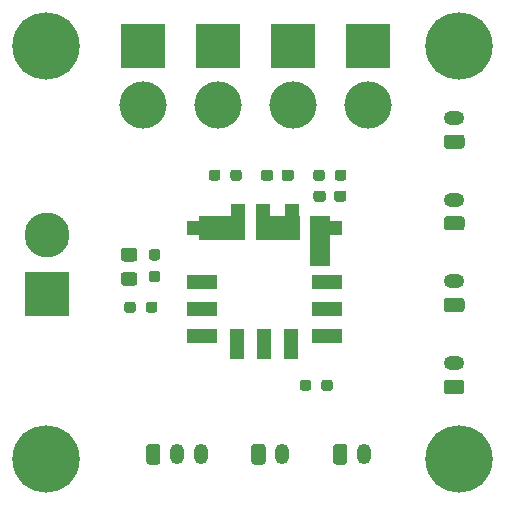
<source format=gts>
%TF.GenerationSoftware,KiCad,Pcbnew,(5.1.9)-1*%
%TF.CreationDate,2021-06-05T23:50:19+09:00*%
%TF.ProjectId,universal_power_board,756e6976-6572-4736-916c-5f706f776572,rev?*%
%TF.SameCoordinates,Original*%
%TF.FileFunction,Soldermask,Top*%
%TF.FilePolarity,Negative*%
%FSLAX46Y46*%
G04 Gerber Fmt 4.6, Leading zero omitted, Abs format (unit mm)*
G04 Created by KiCad (PCBNEW (5.1.9)-1) date 2021-06-05 23:50:19*
%MOMM*%
%LPD*%
G01*
G04 APERTURE LIST*
%ADD10C,5.700000*%
%ADD11R,1.270000X2.159000*%
%ADD12R,2.159000X1.270000*%
%ADD13R,1.270000X2.659000*%
%ADD14R,2.659000X1.270000*%
%ADD15R,1.730000X4.320000*%
%ADD16R,3.720000X2.030000*%
%ADD17R,4.020000X2.030000*%
%ADD18C,4.000000*%
%ADD19R,3.800000X3.800000*%
%ADD20O,1.200000X1.750000*%
%ADD21O,1.750000X1.200000*%
%ADD22C,3.800000*%
G04 APERTURE END LIST*
D10*
%TO.C,H3*%
X96445001Y-56615001D03*
%TD*%
D11*
%TO.C,U1*%
X117338670Y-71005300D03*
X114870670Y-71005300D03*
D12*
X120519000Y-72005000D03*
D11*
X112759058Y-71005300D03*
D12*
X109388560Y-72005000D03*
D13*
X117245130Y-81889410D03*
D14*
X120269000Y-78863000D03*
X109638560Y-78863000D03*
X109638560Y-81153000D03*
D13*
X112675130Y-81889410D03*
X114965130Y-81889410D03*
D14*
X120269000Y-81153000D03*
X120269000Y-76573000D03*
D15*
X119685130Y-73143000D03*
D16*
X116105130Y-72003000D03*
D17*
X111375130Y-72003000D03*
D14*
X109638560Y-76573000D03*
%TD*%
%TO.C,R5*%
G36*
G01*
X111231500Y-67326500D02*
X111231500Y-67801500D01*
G75*
G02*
X110994000Y-68039000I-237500J0D01*
G01*
X110494000Y-68039000D01*
G75*
G02*
X110256500Y-67801500I0J237500D01*
G01*
X110256500Y-67326500D01*
G75*
G02*
X110494000Y-67089000I237500J0D01*
G01*
X110994000Y-67089000D01*
G75*
G02*
X111231500Y-67326500I0J-237500D01*
G01*
G37*
G36*
G01*
X113056500Y-67326500D02*
X113056500Y-67801500D01*
G75*
G02*
X112819000Y-68039000I-237500J0D01*
G01*
X112319000Y-68039000D01*
G75*
G02*
X112081500Y-67801500I0J237500D01*
G01*
X112081500Y-67326500D01*
G75*
G02*
X112319000Y-67089000I237500J0D01*
G01*
X112819000Y-67089000D01*
G75*
G02*
X113056500Y-67326500I0J-237500D01*
G01*
G37*
%TD*%
%TO.C,R4*%
G36*
G01*
X118931500Y-85106500D02*
X118931500Y-85581500D01*
G75*
G02*
X118694000Y-85819000I-237500J0D01*
G01*
X118194000Y-85819000D01*
G75*
G02*
X117956500Y-85581500I0J237500D01*
G01*
X117956500Y-85106500D01*
G75*
G02*
X118194000Y-84869000I237500J0D01*
G01*
X118694000Y-84869000D01*
G75*
G02*
X118931500Y-85106500I0J-237500D01*
G01*
G37*
G36*
G01*
X120756500Y-85106500D02*
X120756500Y-85581500D01*
G75*
G02*
X120519000Y-85819000I-237500J0D01*
G01*
X120019000Y-85819000D01*
G75*
G02*
X119781500Y-85581500I0J237500D01*
G01*
X119781500Y-85106500D01*
G75*
G02*
X120019000Y-84869000I237500J0D01*
G01*
X120519000Y-84869000D01*
G75*
G02*
X120756500Y-85106500I0J-237500D01*
G01*
G37*
%TD*%
%TO.C,R3*%
G36*
G01*
X120924500Y-67801500D02*
X120924500Y-67326500D01*
G75*
G02*
X121162000Y-67089000I237500J0D01*
G01*
X121662000Y-67089000D01*
G75*
G02*
X121899500Y-67326500I0J-237500D01*
G01*
X121899500Y-67801500D01*
G75*
G02*
X121662000Y-68039000I-237500J0D01*
G01*
X121162000Y-68039000D01*
G75*
G02*
X120924500Y-67801500I0J237500D01*
G01*
G37*
G36*
G01*
X119099500Y-67801500D02*
X119099500Y-67326500D01*
G75*
G02*
X119337000Y-67089000I237500J0D01*
G01*
X119837000Y-67089000D01*
G75*
G02*
X120074500Y-67326500I0J-237500D01*
G01*
X120074500Y-67801500D01*
G75*
G02*
X119837000Y-68039000I-237500J0D01*
G01*
X119337000Y-68039000D01*
G75*
G02*
X119099500Y-67801500I0J237500D01*
G01*
G37*
%TD*%
%TO.C,R2*%
G36*
G01*
X105897500Y-78502500D02*
X105897500Y-78977500D01*
G75*
G02*
X105660000Y-79215000I-237500J0D01*
G01*
X105160000Y-79215000D01*
G75*
G02*
X104922500Y-78977500I0J237500D01*
G01*
X104922500Y-78502500D01*
G75*
G02*
X105160000Y-78265000I237500J0D01*
G01*
X105660000Y-78265000D01*
G75*
G02*
X105897500Y-78502500I0J-237500D01*
G01*
G37*
G36*
G01*
X104072500Y-78502500D02*
X104072500Y-78977500D01*
G75*
G02*
X103835000Y-79215000I-237500J0D01*
G01*
X103335000Y-79215000D01*
G75*
G02*
X103097500Y-78977500I0J237500D01*
G01*
X103097500Y-78502500D01*
G75*
G02*
X103335000Y-78265000I237500J0D01*
G01*
X103835000Y-78265000D01*
G75*
G02*
X104072500Y-78502500I0J-237500D01*
G01*
G37*
%TD*%
%TO.C,R1*%
G36*
G01*
X105426500Y-73807500D02*
X105901500Y-73807500D01*
G75*
G02*
X106139000Y-74045000I0J-237500D01*
G01*
X106139000Y-74545000D01*
G75*
G02*
X105901500Y-74782500I-237500J0D01*
G01*
X105426500Y-74782500D01*
G75*
G02*
X105189000Y-74545000I0J237500D01*
G01*
X105189000Y-74045000D01*
G75*
G02*
X105426500Y-73807500I237500J0D01*
G01*
G37*
G36*
G01*
X105426500Y-75632500D02*
X105901500Y-75632500D01*
G75*
G02*
X106139000Y-75870000I0J-237500D01*
G01*
X106139000Y-76370000D01*
G75*
G02*
X105901500Y-76607500I-237500J0D01*
G01*
X105426500Y-76607500D01*
G75*
G02*
X105189000Y-76370000I0J237500D01*
G01*
X105189000Y-75870000D01*
G75*
G02*
X105426500Y-75632500I237500J0D01*
G01*
G37*
%TD*%
D18*
%TO.C,J12*%
X123705000Y-61642000D03*
D19*
X123705000Y-56642000D03*
%TD*%
D18*
%TO.C,J11*%
X117355000Y-61642000D03*
D19*
X117355000Y-56642000D03*
%TD*%
D20*
%TO.C,J10*%
X123376440Y-91191080D03*
G36*
G01*
X120776440Y-91816081D02*
X120776440Y-90566079D01*
G75*
G02*
X121026439Y-90316080I249999J0D01*
G01*
X121726441Y-90316080D01*
G75*
G02*
X121976440Y-90566079I0J-249999D01*
G01*
X121976440Y-91816081D01*
G75*
G02*
X121726441Y-92066080I-249999J0D01*
G01*
X121026439Y-92066080D01*
G75*
G02*
X120776440Y-91816081I0J249999D01*
G01*
G37*
%TD*%
%TO.C,J9*%
X116457480Y-91180920D03*
G36*
G01*
X113857480Y-91805921D02*
X113857480Y-90555919D01*
G75*
G02*
X114107479Y-90305920I249999J0D01*
G01*
X114807481Y-90305920D01*
G75*
G02*
X115057480Y-90555919I0J-249999D01*
G01*
X115057480Y-91805921D01*
G75*
G02*
X114807481Y-92055920I-249999J0D01*
G01*
X114107479Y-92055920D01*
G75*
G02*
X113857480Y-91805921I0J249999D01*
G01*
G37*
%TD*%
D21*
%TO.C,J8*%
X131028440Y-83488780D03*
G36*
G01*
X131653441Y-86088780D02*
X130403439Y-86088780D01*
G75*
G02*
X130153440Y-85838781I0J249999D01*
G01*
X130153440Y-85138779D01*
G75*
G02*
X130403439Y-84888780I249999J0D01*
G01*
X131653441Y-84888780D01*
G75*
G02*
X131903440Y-85138779I0J-249999D01*
G01*
X131903440Y-85838781D01*
G75*
G02*
X131653441Y-86088780I-249999J0D01*
G01*
G37*
%TD*%
%TO.C,J7*%
X131038600Y-76549500D03*
G36*
G01*
X131663601Y-79149500D02*
X130413599Y-79149500D01*
G75*
G02*
X130163600Y-78899501I0J249999D01*
G01*
X130163600Y-78199499D01*
G75*
G02*
X130413599Y-77949500I249999J0D01*
G01*
X131663601Y-77949500D01*
G75*
G02*
X131913600Y-78199499I0J-249999D01*
G01*
X131913600Y-78899501D01*
G75*
G02*
X131663601Y-79149500I-249999J0D01*
G01*
G37*
%TD*%
D18*
%TO.C,J6*%
X111005000Y-61642000D03*
D19*
X111005000Y-56642000D03*
%TD*%
D21*
%TO.C,J5*%
X131030980Y-69633080D03*
G36*
G01*
X131655981Y-72233080D02*
X130405979Y-72233080D01*
G75*
G02*
X130155980Y-71983081I0J249999D01*
G01*
X130155980Y-71283079D01*
G75*
G02*
X130405979Y-71033080I249999J0D01*
G01*
X131655981Y-71033080D01*
G75*
G02*
X131905980Y-71283079I0J-249999D01*
G01*
X131905980Y-71983081D01*
G75*
G02*
X131655981Y-72233080I-249999J0D01*
G01*
G37*
%TD*%
%TO.C,J4*%
X131030980Y-62721740D03*
G36*
G01*
X131655981Y-65321740D02*
X130405979Y-65321740D01*
G75*
G02*
X130155980Y-65071741I0J249999D01*
G01*
X130155980Y-64371739D01*
G75*
G02*
X130405979Y-64121740I249999J0D01*
G01*
X131655981Y-64121740D01*
G75*
G02*
X131905980Y-64371739I0J-249999D01*
G01*
X131905980Y-65071741D01*
G75*
G02*
X131655981Y-65321740I-249999J0D01*
G01*
G37*
%TD*%
D18*
%TO.C,J3*%
X104648000Y-61642000D03*
D19*
X104648000Y-56642000D03*
%TD*%
D22*
%TO.C,J2*%
X96520000Y-72644000D03*
D19*
X96520000Y-77644000D03*
%TD*%
D20*
%TO.C,J1*%
X109564940Y-91180920D03*
X107564940Y-91180920D03*
G36*
G01*
X104964940Y-91805921D02*
X104964940Y-90555919D01*
G75*
G02*
X105214939Y-90305920I249999J0D01*
G01*
X105914941Y-90305920D01*
G75*
G02*
X106164940Y-90555919I0J-249999D01*
G01*
X106164940Y-91805921D01*
G75*
G02*
X105914941Y-92055920I-249999J0D01*
G01*
X105214939Y-92055920D01*
G75*
G02*
X104964940Y-91805921I0J249999D01*
G01*
G37*
%TD*%
D10*
%TO.C,H4*%
X131445000Y-91615000D03*
%TD*%
%TO.C,H2*%
X131445000Y-56615001D03*
%TD*%
%TO.C,H1*%
X96445001Y-91615000D03*
%TD*%
%TO.C,D1*%
G36*
G01*
X116414000Y-67801500D02*
X116414000Y-67326500D01*
G75*
G02*
X116651500Y-67089000I237500J0D01*
G01*
X117226500Y-67089000D01*
G75*
G02*
X117464000Y-67326500I0J-237500D01*
G01*
X117464000Y-67801500D01*
G75*
G02*
X117226500Y-68039000I-237500J0D01*
G01*
X116651500Y-68039000D01*
G75*
G02*
X116414000Y-67801500I0J237500D01*
G01*
G37*
G36*
G01*
X114664000Y-67801500D02*
X114664000Y-67326500D01*
G75*
G02*
X114901500Y-67089000I237500J0D01*
G01*
X115476500Y-67089000D01*
G75*
G02*
X115714000Y-67326500I0J-237500D01*
G01*
X115714000Y-67801500D01*
G75*
G02*
X115476500Y-68039000I-237500J0D01*
G01*
X114901500Y-68039000D01*
G75*
G02*
X114664000Y-67801500I0J237500D01*
G01*
G37*
%TD*%
%TO.C,C2*%
G36*
G01*
X120859000Y-69579500D02*
X120859000Y-69104500D01*
G75*
G02*
X121096500Y-68867000I237500J0D01*
G01*
X121671500Y-68867000D01*
G75*
G02*
X121909000Y-69104500I0J-237500D01*
G01*
X121909000Y-69579500D01*
G75*
G02*
X121671500Y-69817000I-237500J0D01*
G01*
X121096500Y-69817000D01*
G75*
G02*
X120859000Y-69579500I0J237500D01*
G01*
G37*
G36*
G01*
X119109000Y-69579500D02*
X119109000Y-69104500D01*
G75*
G02*
X119346500Y-68867000I237500J0D01*
G01*
X119921500Y-68867000D01*
G75*
G02*
X120159000Y-69104500I0J-237500D01*
G01*
X120159000Y-69579500D01*
G75*
G02*
X119921500Y-69817000I-237500J0D01*
G01*
X119346500Y-69817000D01*
G75*
G02*
X119109000Y-69579500I0J237500D01*
G01*
G37*
%TD*%
%TO.C,C1*%
G36*
G01*
X103054999Y-73720000D02*
X103955001Y-73720000D01*
G75*
G02*
X104205000Y-73969999I0J-249999D01*
G01*
X104205000Y-74620001D01*
G75*
G02*
X103955001Y-74870000I-249999J0D01*
G01*
X103054999Y-74870000D01*
G75*
G02*
X102805000Y-74620001I0J249999D01*
G01*
X102805000Y-73969999D01*
G75*
G02*
X103054999Y-73720000I249999J0D01*
G01*
G37*
G36*
G01*
X103054999Y-75770000D02*
X103955001Y-75770000D01*
G75*
G02*
X104205000Y-76019999I0J-249999D01*
G01*
X104205000Y-76670001D01*
G75*
G02*
X103955001Y-76920000I-249999J0D01*
G01*
X103054999Y-76920000D01*
G75*
G02*
X102805000Y-76670001I0J249999D01*
G01*
X102805000Y-76019999D01*
G75*
G02*
X103054999Y-75770000I249999J0D01*
G01*
G37*
%TD*%
M02*

</source>
